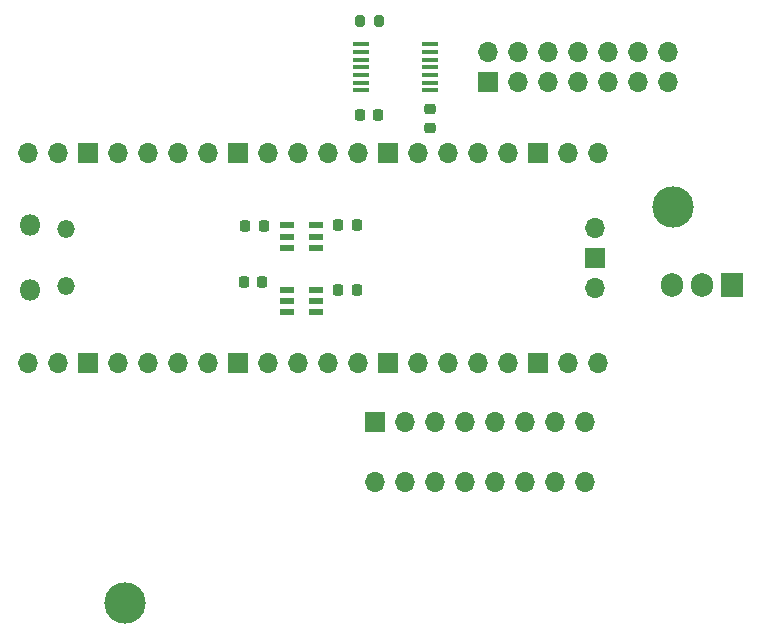
<source format=gts>
G04 #@! TF.GenerationSoftware,KiCad,Pcbnew,7.0.9-7.0.9~ubuntu22.04.1*
G04 #@! TF.CreationDate,2023-11-26T22:36:36+01:00*
G04 #@! TF.ProjectId,MicroPicoDrive,4d696372-6f50-4696-936f-44726976652e,1.4.1*
G04 #@! TF.SameCoordinates,Original*
G04 #@! TF.FileFunction,Soldermask,Top*
G04 #@! TF.FilePolarity,Negative*
%FSLAX46Y46*%
G04 Gerber Fmt 4.6, Leading zero omitted, Abs format (unit mm)*
G04 Created by KiCad (PCBNEW 7.0.9-7.0.9~ubuntu22.04.1) date 2023-11-26 22:36:36*
%MOMM*%
%LPD*%
G01*
G04 APERTURE LIST*
G04 Aperture macros list*
%AMRoundRect*
0 Rectangle with rounded corners*
0 $1 Rounding radius*
0 $2 $3 $4 $5 $6 $7 $8 $9 X,Y pos of 4 corners*
0 Add a 4 corners polygon primitive as box body*
4,1,4,$2,$3,$4,$5,$6,$7,$8,$9,$2,$3,0*
0 Add four circle primitives for the rounded corners*
1,1,$1+$1,$2,$3*
1,1,$1+$1,$4,$5*
1,1,$1+$1,$6,$7*
1,1,$1+$1,$8,$9*
0 Add four rect primitives between the rounded corners*
20,1,$1+$1,$2,$3,$4,$5,0*
20,1,$1+$1,$4,$5,$6,$7,0*
20,1,$1+$1,$6,$7,$8,$9,0*
20,1,$1+$1,$8,$9,$2,$3,0*%
G04 Aperture macros list end*
%ADD10RoundRect,0.225000X0.225000X0.250000X-0.225000X0.250000X-0.225000X-0.250000X0.225000X-0.250000X0*%
%ADD11C,3.500000*%
%ADD12RoundRect,0.225000X-0.225000X-0.250000X0.225000X-0.250000X0.225000X0.250000X-0.225000X0.250000X0*%
%ADD13R,1.200000X0.600000*%
%ADD14R,1.700000X1.700000*%
%ADD15O,1.700000X1.700000*%
%ADD16RoundRect,0.225000X-0.250000X0.225000X-0.250000X-0.225000X0.250000X-0.225000X0.250000X0.225000X0*%
%ADD17R,1.905000X2.000000*%
%ADD18O,1.905000X2.000000*%
%ADD19R,1.475000X0.450000*%
%ADD20RoundRect,0.200000X-0.200000X-0.275000X0.200000X-0.275000X0.200000X0.275000X-0.200000X0.275000X0*%
%ADD21O,1.800000X1.800000*%
%ADD22O,1.500000X1.500000*%
G04 APERTURE END LIST*
D10*
X137290000Y-98490000D03*
X135740000Y-98490000D03*
D11*
X125645000Y-125700000D03*
D12*
X143740000Y-93715000D03*
X145290000Y-93715000D03*
D13*
X139390000Y-93715000D03*
X139390000Y-94665000D03*
X139390000Y-95615000D03*
X141890000Y-95615000D03*
X141890000Y-94665000D03*
X141890000Y-93715000D03*
D10*
X137415000Y-93740000D03*
X135865000Y-93740000D03*
D12*
X143740000Y-99190000D03*
X145290000Y-99190000D03*
D13*
X139390000Y-99190000D03*
X139390000Y-100140000D03*
X139390000Y-101090000D03*
X141890000Y-101090000D03*
X141890000Y-100140000D03*
X141890000Y-99190000D03*
D14*
X156420000Y-81590000D03*
D15*
X156420000Y-79050000D03*
X158960000Y-81590000D03*
X158960000Y-79050000D03*
X161500000Y-81590000D03*
X161500000Y-79050000D03*
X164040000Y-81590000D03*
X164040000Y-79050000D03*
X166580000Y-81590000D03*
X166580000Y-79050000D03*
X169120000Y-81590000D03*
X169120000Y-79050000D03*
X171660000Y-81590000D03*
X171660000Y-79050000D03*
D16*
X151495000Y-83889579D03*
X151495000Y-85439579D03*
D17*
X177115000Y-98800000D03*
D18*
X174575000Y-98800000D03*
X172035000Y-98800000D03*
D12*
X145575000Y-84400000D03*
X147125000Y-84400000D03*
D14*
X146875000Y-110375000D03*
D15*
X146875000Y-115455000D03*
X149415000Y-110375000D03*
X149415000Y-115455000D03*
X151955000Y-110375000D03*
X151955000Y-115455000D03*
X154495000Y-110375000D03*
X154495000Y-115455000D03*
X157035000Y-110375000D03*
X157035000Y-115455000D03*
X159575000Y-110375000D03*
X159575000Y-115455000D03*
X162115000Y-110375000D03*
X162115000Y-115455000D03*
X164655000Y-110375000D03*
X164655000Y-115455000D03*
D19*
X151508000Y-82289579D03*
X151508000Y-81639579D03*
X151508000Y-80989579D03*
X151508000Y-80339579D03*
X151508000Y-79689579D03*
X151508000Y-79039579D03*
X151508000Y-78389579D03*
X145632000Y-78389579D03*
X145632000Y-79039579D03*
X145632000Y-79689579D03*
X145632000Y-80339579D03*
X145632000Y-80989579D03*
X145632000Y-81639579D03*
X145632000Y-82289579D03*
D11*
X172100000Y-92125000D03*
D20*
X145570000Y-76375000D03*
X147220000Y-76375000D03*
D21*
X117620000Y-93715000D03*
D22*
X120650000Y-94015000D03*
X120650000Y-98865000D03*
D21*
X117620000Y-99165000D03*
D15*
X117490000Y-87550000D03*
X120030000Y-87550000D03*
D14*
X122570000Y-87550000D03*
D15*
X125110000Y-87550000D03*
X127650000Y-87550000D03*
X130190000Y-87550000D03*
X132730000Y-87550000D03*
D14*
X135270000Y-87550000D03*
D15*
X137810000Y-87550000D03*
X140350000Y-87550000D03*
X142890000Y-87550000D03*
X145430000Y-87550000D03*
D14*
X147970000Y-87550000D03*
D15*
X150510000Y-87550000D03*
X153050000Y-87550000D03*
X155590000Y-87550000D03*
X158130000Y-87550000D03*
D14*
X160670000Y-87550000D03*
D15*
X163210000Y-87550000D03*
X165750000Y-87550000D03*
X165750000Y-105330000D03*
X163210000Y-105330000D03*
D14*
X160670000Y-105330000D03*
D15*
X158130000Y-105330000D03*
X155590000Y-105330000D03*
X153050000Y-105330000D03*
X150510000Y-105330000D03*
D14*
X147970000Y-105330000D03*
D15*
X145430000Y-105330000D03*
X142890000Y-105330000D03*
X140350000Y-105330000D03*
X137810000Y-105330000D03*
D14*
X135270000Y-105330000D03*
D15*
X132730000Y-105330000D03*
X130190000Y-105330000D03*
X127650000Y-105330000D03*
X125110000Y-105330000D03*
D14*
X122570000Y-105330000D03*
D15*
X120030000Y-105330000D03*
X117490000Y-105330000D03*
X165520000Y-93900000D03*
D14*
X165520000Y-96440000D03*
D15*
X165520000Y-98980000D03*
M02*

</source>
